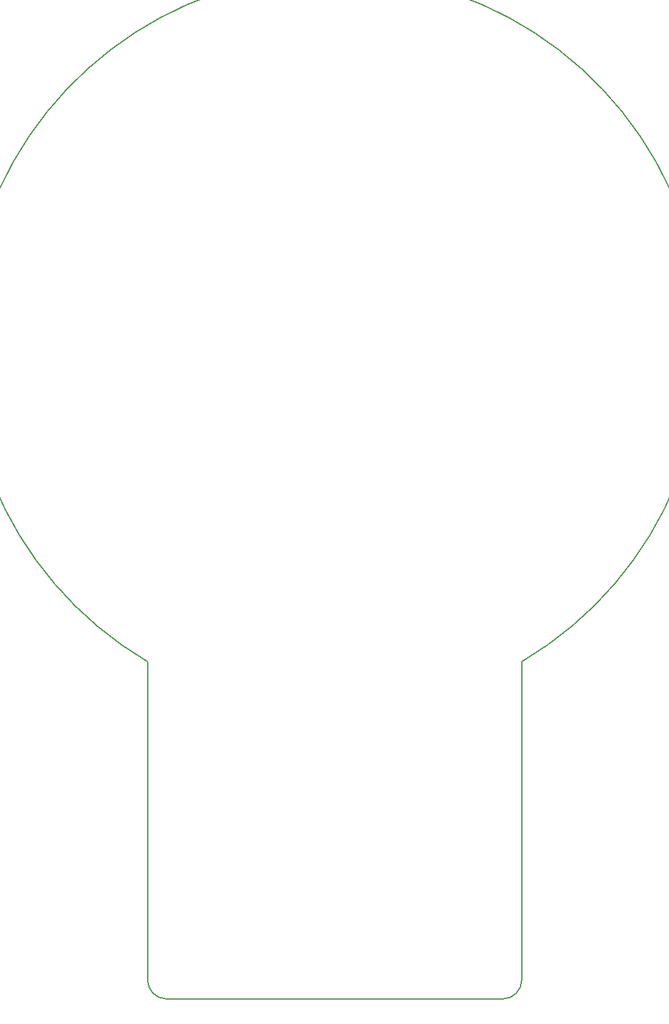
<source format=gbr>
%TF.GenerationSoftware,KiCad,Pcbnew,7.0.8*%
%TF.CreationDate,2023-11-22T11:24:00+01:00*%
%TF.ProjectId,ATMegaSpin,41544d65-6761-4537-9069-6e2e6b696361,2*%
%TF.SameCoordinates,Original*%
%TF.FileFunction,Profile,NP*%
%FSLAX46Y46*%
G04 Gerber Fmt 4.6, Leading zero omitted, Abs format (unit mm)*
G04 Created by KiCad (PCBNEW 7.0.8) date 2023-11-22 11:24:00*
%MOMM*%
%LPD*%
G01*
G04 APERTURE LIST*
%TA.AperFunction,Profile*%
%ADD10C,0.200000*%
%TD*%
G04 APERTURE END LIST*
D10*
X126267000Y-169698900D02*
X171987000Y-169698900D01*
X174527000Y-123978900D02*
X174527000Y-167158900D01*
X123727000Y-167158900D02*
G75*
G03*
X126267000Y-169698900I2540000J0D01*
G01*
X171987000Y-169698900D02*
G75*
G03*
X174527000Y-167158900I0J2540000D01*
G01*
X123727000Y-167158900D02*
X123727000Y-123978900D01*
X174527000Y-123978898D02*
G75*
G03*
X123727000Y-123978898I-25400000J43179997D01*
G01*
M02*

</source>
